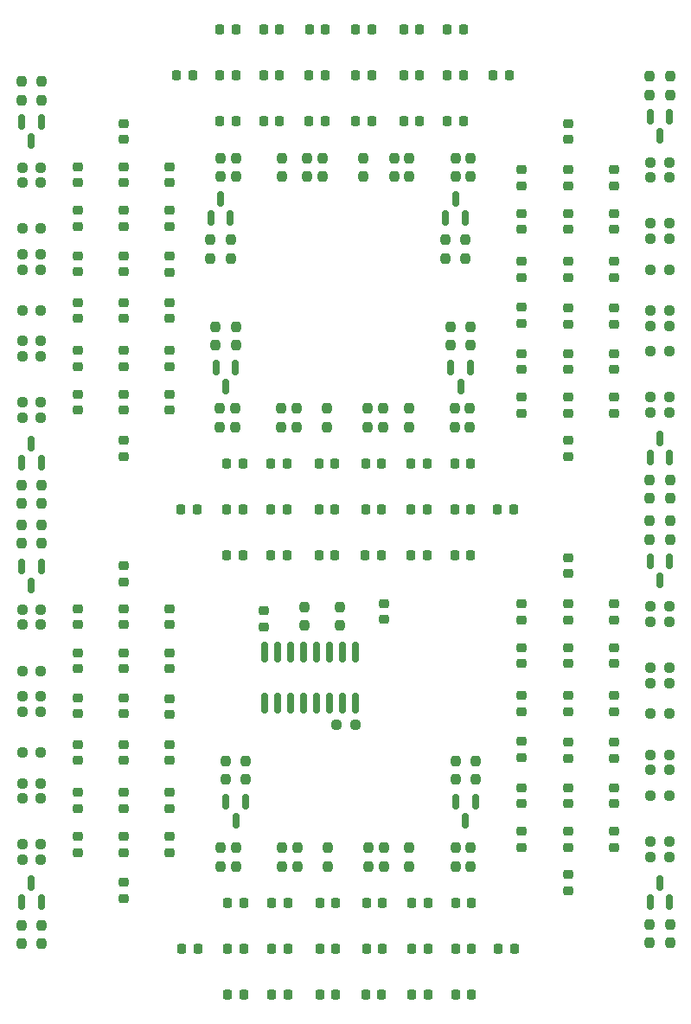
<source format=gtp>
G04 #@! TF.GenerationSoftware,KiCad,Pcbnew,8.0.6+dfsg-1*
G04 #@! TF.CreationDate,2024-11-21T19:14:49-08:00*
G04 #@! TF.ProjectId,digits,64696769-7473-42e6-9b69-6361645f7063,rev?*
G04 #@! TF.SameCoordinates,Original*
G04 #@! TF.FileFunction,Paste,Top*
G04 #@! TF.FilePolarity,Positive*
%FSLAX46Y46*%
G04 Gerber Fmt 4.6, Leading zero omitted, Abs format (unit mm)*
G04 Created by KiCad (PCBNEW 8.0.6+dfsg-1) date 2024-11-21 19:14:49*
%MOMM*%
%LPD*%
G01*
G04 APERTURE LIST*
G04 Aperture macros list*
%AMRoundRect*
0 Rectangle with rounded corners*
0 $1 Rounding radius*
0 $2 $3 $4 $5 $6 $7 $8 $9 X,Y pos of 4 corners*
0 Add a 4 corners polygon primitive as box body*
4,1,4,$2,$3,$4,$5,$6,$7,$8,$9,$2,$3,0*
0 Add four circle primitives for the rounded corners*
1,1,$1+$1,$2,$3*
1,1,$1+$1,$4,$5*
1,1,$1+$1,$6,$7*
1,1,$1+$1,$8,$9*
0 Add four rect primitives between the rounded corners*
20,1,$1+$1,$2,$3,$4,$5,0*
20,1,$1+$1,$4,$5,$6,$7,0*
20,1,$1+$1,$6,$7,$8,$9,0*
20,1,$1+$1,$8,$9,$2,$3,0*%
G04 Aperture macros list end*
%ADD10RoundRect,0.237500X-0.250000X-0.237500X0.250000X-0.237500X0.250000X0.237500X-0.250000X0.237500X0*%
%ADD11RoundRect,0.218750X0.218750X0.256250X-0.218750X0.256250X-0.218750X-0.256250X0.218750X-0.256250X0*%
%ADD12RoundRect,0.237500X0.237500X-0.250000X0.237500X0.250000X-0.237500X0.250000X-0.237500X-0.250000X0*%
%ADD13RoundRect,0.237500X-0.237500X0.250000X-0.237500X-0.250000X0.237500X-0.250000X0.237500X0.250000X0*%
%ADD14RoundRect,0.218750X-0.218750X-0.256250X0.218750X-0.256250X0.218750X0.256250X-0.218750X0.256250X0*%
%ADD15RoundRect,0.237500X0.250000X0.237500X-0.250000X0.237500X-0.250000X-0.237500X0.250000X-0.237500X0*%
%ADD16RoundRect,0.218750X0.256250X-0.218750X0.256250X0.218750X-0.256250X0.218750X-0.256250X-0.218750X0*%
%ADD17RoundRect,0.150000X0.150000X-0.850000X0.150000X0.850000X-0.150000X0.850000X-0.150000X-0.850000X0*%
%ADD18RoundRect,0.218750X-0.256250X0.218750X-0.256250X-0.218750X0.256250X-0.218750X0.256250X0.218750X0*%
%ADD19RoundRect,0.225000X0.250000X-0.225000X0.250000X0.225000X-0.250000X0.225000X-0.250000X-0.225000X0*%
%ADD20RoundRect,0.150000X0.150000X-0.587500X0.150000X0.587500X-0.150000X0.587500X-0.150000X-0.587500X0*%
%ADD21RoundRect,0.150000X-0.150000X0.587500X-0.150000X-0.587500X0.150000X-0.587500X0.150000X0.587500X0*%
G04 APERTURE END LIST*
D10*
G04 #@! TO.C,R40*
X176587500Y-113500000D03*
X178412500Y-113500000D03*
G04 #@! TD*
D11*
G04 #@! TO.C,D61*
X154787500Y-119500000D03*
X153212500Y-119500000D03*
G04 #@! TD*
D12*
G04 #@! TO.C,R97*
X135925000Y-72912500D03*
X135925000Y-71087500D03*
G04 #@! TD*
D13*
G04 #@! TO.C,R36*
X176500000Y-121587500D03*
X176500000Y-123412500D03*
G04 #@! TD*
D14*
G04 #@! TO.C,D9*
X161212500Y-38500000D03*
X162787500Y-38500000D03*
G04 #@! TD*
D12*
G04 #@! TO.C,R54*
X157500000Y-115912500D03*
X157500000Y-114087500D03*
G04 #@! TD*
D15*
G04 #@! TO.C,R75*
X116912500Y-56000000D03*
X115087500Y-56000000D03*
G04 #@! TD*
D14*
G04 #@! TO.C,D19*
X147712500Y-43000000D03*
X149287500Y-43000000D03*
G04 #@! TD*
D11*
G04 #@! TO.C,D129*
X132212500Y-81000000D03*
X130637500Y-81000000D03*
G04 #@! TD*
D12*
G04 #@! TO.C,R91*
X159000000Y-64912500D03*
X159000000Y-63087500D03*
G04 #@! TD*
G04 #@! TO.C,R51*
X134500000Y-115912500D03*
X134500000Y-114087500D03*
G04 #@! TD*
D11*
G04 #@! TO.C,D134*
X154712500Y-81000000D03*
X153137500Y-81000000D03*
G04 #@! TD*
D16*
G04 #@! TO.C,D84*
X129500000Y-96575000D03*
X129500000Y-95000000D03*
G04 #@! TD*
D11*
G04 #@! TO.C,D130*
X136712500Y-81000000D03*
X135137500Y-81000000D03*
G04 #@! TD*
G04 #@! TO.C,D131*
X141000000Y-81000000D03*
X139425000Y-81000000D03*
G04 #@! TD*
G04 #@! TO.C,D77*
X136787500Y-119500000D03*
X135212500Y-119500000D03*
G04 #@! TD*
D16*
G04 #@! TO.C,D105*
X129500000Y-57787500D03*
X129500000Y-56212500D03*
G04 #@! TD*
D13*
G04 #@! TO.C,R6*
X151500000Y-46587500D03*
X151500000Y-48412500D03*
G04 #@! TD*
G04 #@! TO.C,R77*
X117000000Y-78587500D03*
X117000000Y-80412500D03*
G04 #@! TD*
D14*
G04 #@! TO.C,D126*
X144137500Y-85500000D03*
X145712500Y-85500000D03*
G04 #@! TD*
D12*
G04 #@! TO.C,R49*
X135000000Y-107412500D03*
X135000000Y-105587500D03*
G04 #@! TD*
D17*
G04 #@! TO.C,U1*
X138805000Y-99931691D03*
X140075000Y-99931691D03*
X141345000Y-99931691D03*
X142615000Y-99931691D03*
X143885000Y-99931691D03*
X145155000Y-99931691D03*
X146425000Y-99931691D03*
X147695000Y-99931691D03*
X147695000Y-94931691D03*
X146425000Y-94931691D03*
X145155000Y-94931691D03*
X143885000Y-94931691D03*
X142615000Y-94931691D03*
X141345000Y-94931691D03*
X140075000Y-94931691D03*
X138805000Y-94931691D03*
G04 #@! TD*
D12*
G04 #@! TO.C,R72*
X117000000Y-40912500D03*
X117000000Y-39087500D03*
G04 #@! TD*
D14*
G04 #@! TO.C,D10*
X156712500Y-38500000D03*
X158287500Y-38500000D03*
G04 #@! TD*
D18*
G04 #@! TO.C,D117*
X120500000Y-69712500D03*
X120500000Y-71287500D03*
G04 #@! TD*
D13*
G04 #@! TO.C,R11*
X144500000Y-46587500D03*
X144500000Y-48412500D03*
G04 #@! TD*
D12*
G04 #@! TO.C,R45*
X153000000Y-115912500D03*
X153000000Y-114087500D03*
G04 #@! TD*
G04 #@! TO.C,R52*
X140500000Y-115912500D03*
X140500000Y-114087500D03*
G04 #@! TD*
D18*
G04 #@! TO.C,D44*
X164000000Y-108212500D03*
X164000000Y-109787500D03*
G04 #@! TD*
G04 #@! TO.C,D114*
X125000000Y-51712500D03*
X125000000Y-53287500D03*
G04 #@! TD*
D16*
G04 #@! TO.C,D34*
X168500000Y-67287500D03*
X168500000Y-65712500D03*
G04 #@! TD*
D14*
G04 #@! TO.C,D18*
X152425000Y-43000000D03*
X154000000Y-43000000D03*
G04 #@! TD*
D13*
G04 #@! TO.C,R21*
X176500000Y-78087500D03*
X176500000Y-79912500D03*
G04 #@! TD*
D18*
G04 #@! TO.C,D89*
X125000000Y-117500000D03*
X125000000Y-119075000D03*
G04 #@! TD*
D13*
G04 #@! TO.C,R8*
X156500000Y-54587500D03*
X156500000Y-56412500D03*
G04 #@! TD*
D18*
G04 #@! TO.C,D43*
X164000000Y-112500000D03*
X164000000Y-114075000D03*
G04 #@! TD*
D15*
G04 #@! TO.C,R70*
X116912500Y-104787500D03*
X115087500Y-104787500D03*
G04 #@! TD*
D12*
G04 #@! TO.C,R100*
X146195000Y-92344191D03*
X146195000Y-90519191D03*
G04 #@! TD*
D15*
G04 #@! TO.C,R65*
X116912500Y-115287500D03*
X115087500Y-115287500D03*
G04 #@! TD*
D18*
G04 #@! TO.C,D112*
X125000000Y-60712500D03*
X125000000Y-62287500D03*
G04 #@! TD*
D14*
G04 #@! TO.C,D16*
X130212500Y-38500000D03*
X131787500Y-38500000D03*
G04 #@! TD*
D19*
G04 #@! TO.C,C2*
X150490000Y-91745000D03*
X150490000Y-90195000D03*
G04 #@! TD*
D18*
G04 #@! TO.C,D91*
X125000000Y-108712500D03*
X125000000Y-110287500D03*
G04 #@! TD*
D11*
G04 #@! TO.C,D69*
X132287500Y-124000000D03*
X130712500Y-124000000D03*
G04 #@! TD*
D15*
G04 #@! TO.C,R61*
X116912500Y-99287500D03*
X115087500Y-99287500D03*
G04 #@! TD*
G04 #@! TO.C,R60*
X116912500Y-90787500D03*
X115087500Y-90787500D03*
G04 #@! TD*
D13*
G04 #@! TO.C,R35*
X178500000Y-121587500D03*
X178500000Y-123412500D03*
G04 #@! TD*
D11*
G04 #@! TO.C,D62*
X159075000Y-119500000D03*
X157500000Y-119500000D03*
G04 #@! TD*
D15*
G04 #@! TO.C,R83*
X116912500Y-70500000D03*
X115087500Y-70500000D03*
G04 #@! TD*
D12*
G04 #@! TO.C,R29*
X176500000Y-83912500D03*
X176500000Y-82087500D03*
G04 #@! TD*
D10*
G04 #@! TO.C,R28*
X176587500Y-57500000D03*
X178412500Y-57500000D03*
G04 #@! TD*
D12*
G04 #@! TO.C,R92*
X157000000Y-64912500D03*
X157000000Y-63087500D03*
G04 #@! TD*
D11*
G04 #@! TO.C,D132*
X145712500Y-81000000D03*
X144137500Y-81000000D03*
G04 #@! TD*
D14*
G04 #@! TO.C,D20*
X143137500Y-43000000D03*
X144712500Y-43000000D03*
G04 #@! TD*
D10*
G04 #@! TO.C,R32*
X176587500Y-115000000D03*
X178412500Y-115000000D03*
G04 #@! TD*
D20*
G04 #@! TO.C,Q1*
X133550000Y-52437500D03*
X135450000Y-52437500D03*
X134500000Y-50562500D03*
G04 #@! TD*
D12*
G04 #@! TO.C,R30*
X178500000Y-83912500D03*
X178500000Y-82087500D03*
G04 #@! TD*
D16*
G04 #@! TO.C,D55*
X168500000Y-114075000D03*
X168500000Y-112500000D03*
G04 #@! TD*
D11*
G04 #@! TO.C,D6*
X149287500Y-34000000D03*
X147712500Y-34000000D03*
G04 #@! TD*
D12*
G04 #@! TO.C,R44*
X157500000Y-107412500D03*
X157500000Y-105587500D03*
G04 #@! TD*
D20*
G04 #@! TO.C,Q2*
X156550000Y-52437500D03*
X158450000Y-52437500D03*
X157500000Y-50562500D03*
G04 #@! TD*
D12*
G04 #@! TO.C,R87*
X152925000Y-72912500D03*
X152925000Y-71087500D03*
G04 #@! TD*
D11*
G04 #@! TO.C,D137*
X136712500Y-76500000D03*
X135137500Y-76500000D03*
G04 #@! TD*
D12*
G04 #@! TO.C,R56*
X145000000Y-115912500D03*
X145000000Y-114087500D03*
G04 #@! TD*
D18*
G04 #@! TO.C,D25*
X164000000Y-61212500D03*
X164000000Y-62787500D03*
G04 #@! TD*
D11*
G04 #@! TO.C,D74*
X154787500Y-124000000D03*
X153212500Y-124000000D03*
G04 #@! TD*
D16*
G04 #@! TO.C,D50*
X168500000Y-91787500D03*
X168500000Y-90212500D03*
G04 #@! TD*
G04 #@! TO.C,D104*
X129500000Y-53287500D03*
X129500000Y-51712500D03*
G04 #@! TD*
D21*
G04 #@! TO.C,Q9*
X116950000Y-86562500D03*
X115050000Y-86562500D03*
X116000000Y-88437500D03*
G04 #@! TD*
D11*
G04 #@! TO.C,D78*
X141075000Y-119500000D03*
X139500000Y-119500000D03*
G04 #@! TD*
D10*
G04 #@! TO.C,R27*
X176587500Y-48500000D03*
X178412500Y-48500000D03*
G04 #@! TD*
D12*
G04 #@! TO.C,R95*
X148925000Y-72912500D03*
X148925000Y-71087500D03*
G04 #@! TD*
D15*
G04 #@! TO.C,R66*
X116912500Y-109287500D03*
X115087500Y-109287500D03*
G04 #@! TD*
D10*
G04 #@! TO.C,R33*
X176587500Y-106500000D03*
X178412500Y-106500000D03*
G04 #@! TD*
D16*
G04 #@! TO.C,D37*
X173000000Y-49287500D03*
X173000000Y-47712500D03*
G04 #@! TD*
G04 #@! TO.C,D31*
X168500000Y-53575000D03*
X168500000Y-52000000D03*
G04 #@! TD*
D14*
G04 #@! TO.C,D125*
X148637500Y-85500000D03*
X150212500Y-85500000D03*
G04 #@! TD*
D16*
G04 #@! TO.C,D39*
X173000000Y-58287500D03*
X173000000Y-56712500D03*
G04 #@! TD*
G04 #@! TO.C,D86*
X129500000Y-105575000D03*
X129500000Y-104000000D03*
G04 #@! TD*
D11*
G04 #@! TO.C,D133*
X150287500Y-81000000D03*
X148712500Y-81000000D03*
G04 #@! TD*
D13*
G04 #@! TO.C,R12*
X136000000Y-46587500D03*
X136000000Y-48412500D03*
G04 #@! TD*
D16*
G04 #@! TO.C,D38*
X173000000Y-53575000D03*
X173000000Y-52000000D03*
G04 #@! TD*
D18*
G04 #@! TO.C,D47*
X164000000Y-94500000D03*
X164000000Y-96075000D03*
G04 #@! TD*
D15*
G04 #@! TO.C,R76*
X116912500Y-64500000D03*
X115087500Y-64500000D03*
G04 #@! TD*
D18*
G04 #@! TO.C,D110*
X125000000Y-69712500D03*
X125000000Y-71287500D03*
G04 #@! TD*
D13*
G04 #@! TO.C,R10*
X153000000Y-46587500D03*
X153000000Y-48412500D03*
G04 #@! TD*
D14*
G04 #@! TO.C,D13*
X143137500Y-38500000D03*
X144712500Y-38500000D03*
G04 #@! TD*
D12*
G04 #@! TO.C,R101*
X142695000Y-92344191D03*
X142695000Y-90519191D03*
G04 #@! TD*
D18*
G04 #@! TO.C,D101*
X120500000Y-51712500D03*
X120500000Y-53287500D03*
G04 #@! TD*
D14*
G04 #@! TO.C,D67*
X139500000Y-128500000D03*
X141075000Y-128500000D03*
G04 #@! TD*
D20*
G04 #@! TO.C,Q4*
X176550000Y-75937500D03*
X178450000Y-75937500D03*
X177500000Y-74062500D03*
G04 #@! TD*
D14*
G04 #@! TO.C,D12*
X147712500Y-38500000D03*
X149287500Y-38500000D03*
G04 #@! TD*
D13*
G04 #@! TO.C,R5*
X143000000Y-46587500D03*
X143000000Y-48412500D03*
G04 #@! TD*
D16*
G04 #@! TO.C,D59*
X173000000Y-100787500D03*
X173000000Y-99212500D03*
G04 #@! TD*
G04 #@! TO.C,D53*
X168500000Y-105362500D03*
X168500000Y-103787500D03*
G04 #@! TD*
G04 #@! TO.C,D58*
X173000000Y-96075000D03*
X173000000Y-94500000D03*
G04 #@! TD*
G04 #@! TO.C,D42*
X173000000Y-114075000D03*
X173000000Y-112500000D03*
G04 #@! TD*
D18*
G04 #@! TO.C,D27*
X164000000Y-52000000D03*
X164000000Y-53575000D03*
G04 #@! TD*
D11*
G04 #@! TO.C,D5*
X144787500Y-34000000D03*
X143212500Y-34000000D03*
G04 #@! TD*
D12*
G04 #@! TO.C,R46*
X159000000Y-115912500D03*
X159000000Y-114087500D03*
G04 #@! TD*
D18*
G04 #@! TO.C,D119*
X120500000Y-60712500D03*
X120500000Y-62287500D03*
G04 #@! TD*
D11*
G04 #@! TO.C,D3*
X136000000Y-34000000D03*
X134425000Y-34000000D03*
G04 #@! TD*
D16*
G04 #@! TO.C,D57*
X173000000Y-91787500D03*
X173000000Y-90212500D03*
G04 #@! TD*
D15*
G04 #@! TO.C,R79*
X116912500Y-72000000D03*
X115087500Y-72000000D03*
G04 #@! TD*
D18*
G04 #@! TO.C,D100*
X120500000Y-99425000D03*
X120500000Y-101000000D03*
G04 #@! TD*
G04 #@! TO.C,D120*
X120500000Y-56137500D03*
X120500000Y-57712500D03*
G04 #@! TD*
G04 #@! TO.C,D96*
X125000000Y-86500000D03*
X125000000Y-88075000D03*
G04 #@! TD*
D16*
G04 #@! TO.C,D35*
X168500000Y-71575000D03*
X168500000Y-70000000D03*
G04 #@! TD*
D20*
G04 #@! TO.C,Q10*
X115050000Y-119437500D03*
X116950000Y-119437500D03*
X116000000Y-117562500D03*
G04 #@! TD*
D12*
G04 #@! TO.C,R48*
X142000000Y-115912500D03*
X142000000Y-114087500D03*
G04 #@! TD*
D16*
G04 #@! TO.C,D33*
X168500000Y-62862500D03*
X168500000Y-61287500D03*
G04 #@! TD*
D21*
G04 #@! TO.C,Q7*
X159450000Y-109562500D03*
X157550000Y-109562500D03*
X158500000Y-111437500D03*
G04 #@! TD*
D13*
G04 #@! TO.C,R3*
X140500000Y-46587500D03*
X140500000Y-48412500D03*
G04 #@! TD*
D14*
G04 #@! TO.C,D64*
X153212500Y-128500000D03*
X154787500Y-128500000D03*
G04 #@! TD*
D18*
G04 #@! TO.C,D26*
X164000000Y-56712500D03*
X164000000Y-58287500D03*
G04 #@! TD*
D10*
G04 #@! TO.C,R23*
X176587500Y-47000000D03*
X178412500Y-47000000D03*
G04 #@! TD*
D11*
G04 #@! TO.C,D122*
X159000000Y-76500000D03*
X157425000Y-76500000D03*
G04 #@! TD*
D18*
G04 #@! TO.C,D90*
X125000000Y-113000000D03*
X125000000Y-114575000D03*
G04 #@! TD*
D20*
G04 #@! TO.C,Q6*
X176550000Y-119437500D03*
X178450000Y-119437500D03*
X177500000Y-117562500D03*
G04 #@! TD*
D18*
G04 #@! TO.C,D45*
X164000000Y-103712500D03*
X164000000Y-105287500D03*
G04 #@! TD*
D11*
G04 #@! TO.C,D121*
X154712500Y-76500000D03*
X153137500Y-76500000D03*
G04 #@! TD*
D15*
G04 #@! TO.C,R84*
X116912500Y-61500000D03*
X115087500Y-61500000D03*
G04 #@! TD*
D16*
G04 #@! TO.C,D108*
X129500000Y-71287500D03*
X129500000Y-69712500D03*
G04 #@! TD*
G04 #@! TO.C,D88*
X129500000Y-114575000D03*
X129500000Y-113000000D03*
G04 #@! TD*
D11*
G04 #@! TO.C,D76*
X163287500Y-124000000D03*
X161712500Y-124000000D03*
G04 #@! TD*
D16*
G04 #@! TO.C,D49*
X168500000Y-87287500D03*
X168500000Y-85712500D03*
G04 #@! TD*
D12*
G04 #@! TO.C,R93*
X134425000Y-72912500D03*
X134425000Y-71087500D03*
G04 #@! TD*
D11*
G04 #@! TO.C,D71*
X141075000Y-124000000D03*
X139500000Y-124000000D03*
G04 #@! TD*
G04 #@! TO.C,D138*
X141000000Y-76500000D03*
X139425000Y-76500000D03*
G04 #@! TD*
D12*
G04 #@! TO.C,R55*
X136000000Y-115912500D03*
X136000000Y-114087500D03*
G04 #@! TD*
D14*
G04 #@! TO.C,D63*
X157500000Y-128500000D03*
X159075000Y-128500000D03*
G04 #@! TD*
D16*
G04 #@! TO.C,D51*
X168500000Y-96075000D03*
X168500000Y-94500000D03*
G04 #@! TD*
D18*
G04 #@! TO.C,D102*
X120500000Y-47425000D03*
X120500000Y-49000000D03*
G04 #@! TD*
D10*
G04 #@! TO.C,R18*
X176587500Y-71500000D03*
X178412500Y-71500000D03*
G04 #@! TD*
D21*
G04 #@! TO.C,Q14*
X158950000Y-67062500D03*
X157050000Y-67062500D03*
X158000000Y-68937500D03*
G04 #@! TD*
D10*
G04 #@! TO.C,R42*
X176587500Y-101000000D03*
X178412500Y-101000000D03*
G04 #@! TD*
D12*
G04 #@! TO.C,R58*
X115000000Y-84325000D03*
X115000000Y-82500000D03*
G04 #@! TD*
G04 #@! TO.C,R50*
X137000000Y-107412500D03*
X137000000Y-105587500D03*
G04 #@! TD*
D10*
G04 #@! TO.C,R39*
X176587500Y-105000000D03*
X178412500Y-105000000D03*
G04 #@! TD*
D11*
G04 #@! TO.C,D75*
X159075000Y-124000000D03*
X157500000Y-124000000D03*
G04 #@! TD*
D18*
G04 #@! TO.C,D94*
X125000000Y-95000000D03*
X125000000Y-96575000D03*
G04 #@! TD*
D12*
G04 #@! TO.C,R43*
X159500000Y-107412500D03*
X159500000Y-105587500D03*
G04 #@! TD*
D15*
G04 #@! TO.C,R80*
X116912500Y-66000000D03*
X115087500Y-66000000D03*
G04 #@! TD*
D14*
G04 #@! TO.C,D127*
X139425000Y-85500000D03*
X141000000Y-85500000D03*
G04 #@! TD*
D16*
G04 #@! TO.C,D29*
X168500000Y-44787500D03*
X168500000Y-43212500D03*
G04 #@! TD*
D13*
G04 #@! TO.C,R22*
X178500000Y-78087500D03*
X178500000Y-79912500D03*
G04 #@! TD*
D16*
G04 #@! TO.C,D103*
X129500000Y-49000000D03*
X129500000Y-47425000D03*
G04 #@! TD*
D12*
G04 #@! TO.C,R57*
X117000000Y-84325000D03*
X117000000Y-82500000D03*
G04 #@! TD*
D10*
G04 #@! TO.C,R38*
X176587500Y-96500000D03*
X178412500Y-96500000D03*
G04 #@! TD*
D12*
G04 #@! TO.C,R96*
X157425000Y-72912500D03*
X157425000Y-71087500D03*
G04 #@! TD*
D10*
G04 #@! TO.C,R25*
X176587500Y-61500000D03*
X178412500Y-61500000D03*
G04 #@! TD*
D18*
G04 #@! TO.C,D93*
X125000000Y-99425000D03*
X125000000Y-101000000D03*
G04 #@! TD*
D10*
G04 #@! TO.C,R19*
X176587500Y-63000000D03*
X178412500Y-63000000D03*
G04 #@! TD*
D11*
G04 #@! TO.C,D72*
X145787500Y-124000000D03*
X144212500Y-124000000D03*
G04 #@! TD*
D18*
G04 #@! TO.C,D95*
X125000000Y-90712500D03*
X125000000Y-92287500D03*
G04 #@! TD*
D13*
G04 #@! TO.C,R7*
X158500000Y-54587500D03*
X158500000Y-56412500D03*
G04 #@! TD*
D11*
G04 #@! TO.C,D73*
X150362500Y-124000000D03*
X148787500Y-124000000D03*
G04 #@! TD*
D21*
G04 #@! TO.C,Q8*
X136950000Y-109562500D03*
X135050000Y-109562500D03*
X136000000Y-111437500D03*
G04 #@! TD*
D16*
G04 #@! TO.C,D52*
X168500000Y-100787500D03*
X168500000Y-99212500D03*
G04 #@! TD*
D11*
G04 #@! TO.C,D4*
X140287500Y-34000000D03*
X138712500Y-34000000D03*
G04 #@! TD*
D18*
G04 #@! TO.C,D99*
X120500000Y-104000000D03*
X120500000Y-105575000D03*
G04 #@! TD*
D15*
G04 #@! TO.C,R62*
X116912500Y-107787500D03*
X115087500Y-107787500D03*
G04 #@! TD*
G04 #@! TO.C,R59*
X116912500Y-96787500D03*
X115087500Y-96787500D03*
G04 #@! TD*
D18*
G04 #@! TO.C,D81*
X120500000Y-95000000D03*
X120500000Y-96575000D03*
G04 #@! TD*
D16*
G04 #@! TO.C,D40*
X173000000Y-62862500D03*
X173000000Y-61287500D03*
G04 #@! TD*
D15*
G04 #@! TO.C,R82*
X116912500Y-49000000D03*
X115087500Y-49000000D03*
G04 #@! TD*
G04 #@! TO.C,R73*
X116912500Y-53500000D03*
X115087500Y-53500000D03*
G04 #@! TD*
D11*
G04 #@! TO.C,D140*
X150287500Y-76500000D03*
X148712500Y-76500000D03*
G04 #@! TD*
D12*
G04 #@! TO.C,R94*
X140425000Y-72912500D03*
X140425000Y-71087500D03*
G04 #@! TD*
D13*
G04 #@! TO.C,R14*
X148500000Y-46587500D03*
X148500000Y-48412500D03*
G04 #@! TD*
D18*
G04 #@! TO.C,D109*
X125000000Y-74212500D03*
X125000000Y-75787500D03*
G04 #@! TD*
D16*
G04 #@! TO.C,D106*
X129500000Y-62287500D03*
X129500000Y-60712500D03*
G04 #@! TD*
D12*
G04 #@! TO.C,R71*
X115000000Y-40912500D03*
X115000000Y-39087500D03*
G04 #@! TD*
D18*
G04 #@! TO.C,D82*
X120500000Y-90712500D03*
X120500000Y-92287500D03*
G04 #@! TD*
G04 #@! TO.C,D28*
X164000000Y-47712500D03*
X164000000Y-49287500D03*
G04 #@! TD*
G04 #@! TO.C,D111*
X125000000Y-65425000D03*
X125000000Y-67000000D03*
G04 #@! TD*
D19*
G04 #@! TO.C,C1*
X138695000Y-92481691D03*
X138695000Y-90931691D03*
G04 #@! TD*
D21*
G04 #@! TO.C,Q11*
X116950000Y-43062500D03*
X115050000Y-43062500D03*
X116000000Y-44937500D03*
G04 #@! TD*
D10*
G04 #@! TO.C,R41*
X176587500Y-92000000D03*
X178412500Y-92000000D03*
G04 #@! TD*
D21*
G04 #@! TO.C,Q3*
X178450000Y-42562500D03*
X176550000Y-42562500D03*
X177500000Y-44437500D03*
G04 #@! TD*
D12*
G04 #@! TO.C,R47*
X150500000Y-115912500D03*
X150500000Y-114087500D03*
G04 #@! TD*
D16*
G04 #@! TO.C,D41*
X173000000Y-109787500D03*
X173000000Y-108212500D03*
G04 #@! TD*
G04 #@! TO.C,D60*
X173000000Y-105362500D03*
X173000000Y-103787500D03*
G04 #@! TD*
D11*
G04 #@! TO.C,D8*
X158287500Y-34000000D03*
X156712500Y-34000000D03*
G04 #@! TD*
D10*
G04 #@! TO.C,R34*
X176587500Y-98000000D03*
X178412500Y-98000000D03*
G04 #@! TD*
D15*
G04 #@! TO.C,R69*
X116912500Y-113787500D03*
X115087500Y-113787500D03*
G04 #@! TD*
D16*
G04 #@! TO.C,D30*
X168500000Y-49287500D03*
X168500000Y-47712500D03*
G04 #@! TD*
D18*
G04 #@! TO.C,D98*
X120500000Y-108712500D03*
X120500000Y-110287500D03*
G04 #@! TD*
D14*
G04 #@! TO.C,D14*
X138712500Y-38500000D03*
X140287500Y-38500000D03*
G04 #@! TD*
D11*
G04 #@! TO.C,D7*
X154000000Y-34000000D03*
X152425000Y-34000000D03*
G04 #@! TD*
D21*
G04 #@! TO.C,Q5*
X178450000Y-86062500D03*
X176550000Y-86062500D03*
X177500000Y-87937500D03*
G04 #@! TD*
D14*
G04 #@! TO.C,D65*
X148712500Y-128500000D03*
X150287500Y-128500000D03*
G04 #@! TD*
D16*
G04 #@! TO.C,D54*
X168500000Y-109787500D03*
X168500000Y-108212500D03*
G04 #@! TD*
D14*
G04 #@! TO.C,D128*
X135137500Y-85500000D03*
X136712500Y-85500000D03*
G04 #@! TD*
G04 #@! TO.C,D66*
X144212500Y-128500000D03*
X145787500Y-128500000D03*
G04 #@! TD*
D15*
G04 #@! TO.C,R67*
X116912500Y-100787500D03*
X115087500Y-100787500D03*
G04 #@! TD*
D11*
G04 #@! TO.C,D79*
X145787500Y-119500000D03*
X144212500Y-119500000D03*
G04 #@! TD*
G04 #@! TO.C,D70*
X136787500Y-124000000D03*
X135212500Y-124000000D03*
G04 #@! TD*
D10*
G04 #@! TO.C,R20*
X176587500Y-54500000D03*
X178412500Y-54500000D03*
G04 #@! TD*
G04 #@! TO.C,R17*
X176587500Y-65500000D03*
X178412500Y-65500000D03*
G04 #@! TD*
D12*
G04 #@! TO.C,R15*
X178500000Y-40412500D03*
X178500000Y-38587500D03*
G04 #@! TD*
D14*
G04 #@! TO.C,D15*
X134425000Y-38500000D03*
X136000000Y-38500000D03*
G04 #@! TD*
D16*
G04 #@! TO.C,D87*
X129500000Y-110287500D03*
X129500000Y-108712500D03*
G04 #@! TD*
D15*
G04 #@! TO.C,R74*
X116912500Y-47500000D03*
X115087500Y-47500000D03*
G04 #@! TD*
D18*
G04 #@! TO.C,D92*
X125000000Y-104000000D03*
X125000000Y-105575000D03*
G04 #@! TD*
G04 #@! TO.C,D97*
X120500000Y-113000000D03*
X120500000Y-114575000D03*
G04 #@! TD*
D10*
G04 #@! TO.C,R31*
X176587500Y-109000000D03*
X178412500Y-109000000D03*
G04 #@! TD*
D14*
G04 #@! TO.C,D68*
X135212500Y-128500000D03*
X136787500Y-128500000D03*
G04 #@! TD*
G04 #@! TO.C,D123*
X157425000Y-85500000D03*
X159000000Y-85500000D03*
G04 #@! TD*
D16*
G04 #@! TO.C,D32*
X168500000Y-58287500D03*
X168500000Y-56712500D03*
G04 #@! TD*
D11*
G04 #@! TO.C,D80*
X150362500Y-119500000D03*
X148787500Y-119500000D03*
G04 #@! TD*
D18*
G04 #@! TO.C,D46*
X164000000Y-99212500D03*
X164000000Y-100787500D03*
G04 #@! TD*
D10*
G04 #@! TO.C,R26*
X176587500Y-70000000D03*
X178412500Y-70000000D03*
G04 #@! TD*
D16*
G04 #@! TO.C,D56*
X168500000Y-118287500D03*
X168500000Y-116712500D03*
G04 #@! TD*
D14*
G04 #@! TO.C,D17*
X156712500Y-43000000D03*
X158287500Y-43000000D03*
G04 #@! TD*
D18*
G04 #@! TO.C,D113*
X125000000Y-56137500D03*
X125000000Y-57712500D03*
G04 #@! TD*
D16*
G04 #@! TO.C,D85*
X129500000Y-101075000D03*
X129500000Y-99500000D03*
G04 #@! TD*
D13*
G04 #@! TO.C,R63*
X117000000Y-121675000D03*
X117000000Y-123500000D03*
G04 #@! TD*
D16*
G04 #@! TO.C,D36*
X168500000Y-75787500D03*
X168500000Y-74212500D03*
G04 #@! TD*
D10*
G04 #@! TO.C,R37*
X176587500Y-90500000D03*
X178412500Y-90500000D03*
G04 #@! TD*
D12*
G04 #@! TO.C,R86*
X134000000Y-64912500D03*
X134000000Y-63087500D03*
G04 #@! TD*
D15*
G04 #@! TO.C,R81*
X116912500Y-57500000D03*
X115087500Y-57500000D03*
G04 #@! TD*
D14*
G04 #@! TO.C,D2*
X134425000Y-43000000D03*
X136000000Y-43000000D03*
G04 #@! TD*
D16*
G04 #@! TO.C,D107*
X129500000Y-67000000D03*
X129500000Y-65425000D03*
G04 #@! TD*
D13*
G04 #@! TO.C,R13*
X157500000Y-46587500D03*
X157500000Y-48412500D03*
G04 #@! TD*
D10*
G04 #@! TO.C,R24*
X176587500Y-53000000D03*
X178412500Y-53000000D03*
G04 #@! TD*
D11*
G04 #@! TO.C,D136*
X163212500Y-81000000D03*
X161637500Y-81000000D03*
G04 #@! TD*
D13*
G04 #@! TO.C,R2*
X135500000Y-54587500D03*
X135500000Y-56412500D03*
G04 #@! TD*
D18*
G04 #@! TO.C,D116*
X125000000Y-43212500D03*
X125000000Y-44787500D03*
G04 #@! TD*
G04 #@! TO.C,D48*
X164000000Y-90212500D03*
X164000000Y-91787500D03*
G04 #@! TD*
D12*
G04 #@! TO.C,R85*
X136000000Y-64912500D03*
X136000000Y-63087500D03*
G04 #@! TD*
G04 #@! TO.C,R53*
X149000000Y-115912500D03*
X149000000Y-114087500D03*
G04 #@! TD*
D11*
G04 #@! TO.C,D135*
X159000000Y-81000000D03*
X157425000Y-81000000D03*
G04 #@! TD*
D14*
G04 #@! TO.C,D124*
X153137500Y-85500000D03*
X154712500Y-85500000D03*
G04 #@! TD*
D12*
G04 #@! TO.C,R98*
X144925000Y-72912500D03*
X144925000Y-71087500D03*
G04 #@! TD*
D16*
G04 #@! TO.C,D22*
X173000000Y-71575000D03*
X173000000Y-70000000D03*
G04 #@! TD*
D20*
G04 #@! TO.C,Q12*
X115050000Y-76437500D03*
X116950000Y-76437500D03*
X116000000Y-74562500D03*
G04 #@! TD*
D12*
G04 #@! TO.C,R90*
X141925000Y-72912500D03*
X141925000Y-71087500D03*
G04 #@! TD*
G04 #@! TO.C,R88*
X158925000Y-72912500D03*
X158925000Y-71087500D03*
G04 #@! TD*
D14*
G04 #@! TO.C,D1*
X138712500Y-43000000D03*
X140287500Y-43000000D03*
G04 #@! TD*
G04 #@! TO.C,D11*
X152425000Y-38500000D03*
X154000000Y-38500000D03*
G04 #@! TD*
D13*
G04 #@! TO.C,R4*
X134500000Y-46587500D03*
X134500000Y-48412500D03*
G04 #@! TD*
G04 #@! TO.C,R1*
X133500000Y-54587500D03*
X133500000Y-56412500D03*
G04 #@! TD*
D18*
G04 #@! TO.C,D24*
X164000000Y-65712500D03*
X164000000Y-67287500D03*
G04 #@! TD*
D12*
G04 #@! TO.C,R89*
X150425000Y-72912500D03*
X150425000Y-71087500D03*
G04 #@! TD*
G04 #@! TO.C,R16*
X176500000Y-40412500D03*
X176500000Y-38587500D03*
G04 #@! TD*
D13*
G04 #@! TO.C,R78*
X115000000Y-78587500D03*
X115000000Y-80412500D03*
G04 #@! TD*
D18*
G04 #@! TO.C,D115*
X125000000Y-47425000D03*
X125000000Y-49000000D03*
G04 #@! TD*
D13*
G04 #@! TO.C,R9*
X159000000Y-46587500D03*
X159000000Y-48412500D03*
G04 #@! TD*
D11*
G04 #@! TO.C,D139*
X145712500Y-76500000D03*
X144137500Y-76500000D03*
G04 #@! TD*
D21*
G04 #@! TO.C,Q13*
X135950000Y-67062500D03*
X134050000Y-67062500D03*
X135000000Y-68937500D03*
G04 #@! TD*
D15*
G04 #@! TO.C,R99*
X147712500Y-102090000D03*
X145887500Y-102090000D03*
G04 #@! TD*
D16*
G04 #@! TO.C,D21*
X173000000Y-67287500D03*
X173000000Y-65712500D03*
G04 #@! TD*
D13*
G04 #@! TO.C,R64*
X115000000Y-121675000D03*
X115000000Y-123500000D03*
G04 #@! TD*
D18*
G04 #@! TO.C,D23*
X164000000Y-70000000D03*
X164000000Y-71575000D03*
G04 #@! TD*
D16*
G04 #@! TO.C,D83*
X129500000Y-92287500D03*
X129500000Y-90712500D03*
G04 #@! TD*
D15*
G04 #@! TO.C,R68*
X116912500Y-92287500D03*
X115087500Y-92287500D03*
G04 #@! TD*
D18*
G04 #@! TO.C,D118*
X120500000Y-65425000D03*
X120500000Y-67000000D03*
G04 #@! TD*
M02*

</source>
